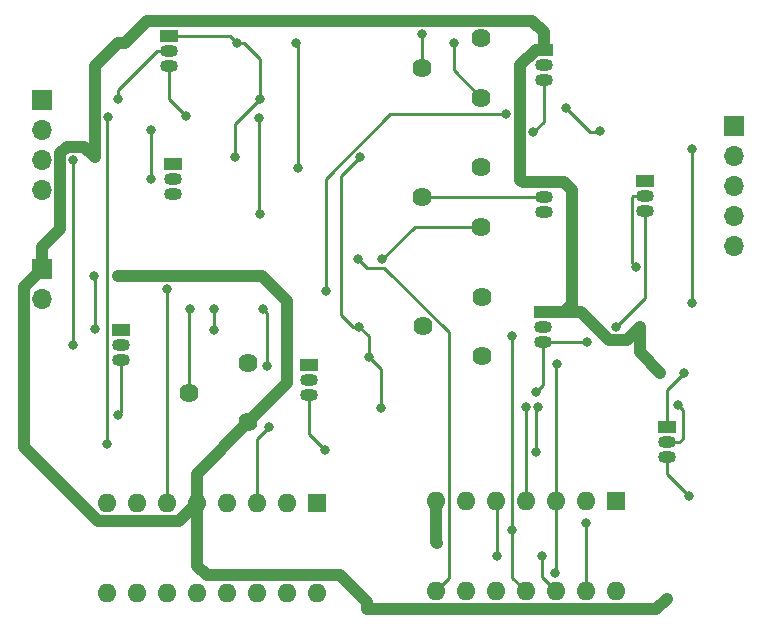
<source format=gbr>
G04 #@! TF.GenerationSoftware,KiCad,Pcbnew,(5.1.5-0-10_14)*
G04 #@! TF.CreationDate,2020-06-04T16:49:04+02:00*
G04 #@! TF.ProjectId,yuv-rgb-converter,7975762d-7267-4622-9d63-6f6e76657274,rev?*
G04 #@! TF.SameCoordinates,Original*
G04 #@! TF.FileFunction,Copper,L2,Bot*
G04 #@! TF.FilePolarity,Positive*
%FSLAX46Y46*%
G04 Gerber Fmt 4.6, Leading zero omitted, Abs format (unit mm)*
G04 Created by KiCad (PCBNEW (5.1.5-0-10_14)) date 2020-06-04 16:49:04*
%MOMM*%
%LPD*%
G04 APERTURE LIST*
%ADD10O,1.600000X1.600000*%
%ADD11R,1.600000X1.600000*%
%ADD12C,1.620000*%
%ADD13R,1.500000X1.050000*%
%ADD14O,1.500000X1.050000*%
%ADD15O,1.700000X1.700000*%
%ADD16R,1.700000X1.700000*%
%ADD17C,0.800000*%
%ADD18C,0.250000*%
%ADD19C,1.000000*%
G04 APERTURE END LIST*
D10*
X139623800Y-111506000D03*
X124383800Y-103886000D03*
X137083800Y-111506000D03*
X126923800Y-103886000D03*
X134543800Y-111506000D03*
X129463800Y-103886000D03*
X132003800Y-111506000D03*
X132003800Y-103886000D03*
X129463800Y-111506000D03*
X134543800Y-103886000D03*
X126923800Y-111506000D03*
X137083800Y-103886000D03*
X124383800Y-111506000D03*
D11*
X139623800Y-103886000D03*
D10*
X114325400Y-111683800D03*
X96545400Y-104063800D03*
X111785400Y-111683800D03*
X99085400Y-104063800D03*
X109245400Y-111683800D03*
X101625400Y-104063800D03*
X106705400Y-111683800D03*
X104165400Y-104063800D03*
X104165400Y-111683800D03*
X106705400Y-104063800D03*
X101625400Y-111683800D03*
X109245400Y-104063800D03*
X99085400Y-111683800D03*
X111785400Y-104063800D03*
X96545400Y-111683800D03*
D11*
X114325400Y-104063800D03*
D12*
X128320800Y-86563200D03*
X123320800Y-89063200D03*
X128320800Y-91563200D03*
X128244600Y-75615800D03*
X123244600Y-78115800D03*
X128244600Y-80615800D03*
X128244600Y-64693800D03*
X123244600Y-67193800D03*
X128244600Y-69693800D03*
X108508800Y-92202000D03*
X103508800Y-94702000D03*
X108508800Y-97202000D03*
D13*
X142113000Y-76784200D03*
D14*
X142113000Y-79324200D03*
X142113000Y-78054200D03*
D13*
X143992600Y-97612200D03*
D14*
X143992600Y-100152200D03*
X143992600Y-98882200D03*
D13*
X133477000Y-87884000D03*
D14*
X133477000Y-90424000D03*
X133477000Y-89154000D03*
D13*
X133527800Y-76885800D03*
D14*
X133527800Y-79425800D03*
X133527800Y-78155800D03*
D13*
X133527800Y-65684400D03*
D14*
X133527800Y-68224400D03*
X133527800Y-66954400D03*
D13*
X113665000Y-92379800D03*
D14*
X113665000Y-94919800D03*
X113665000Y-93649800D03*
D13*
X102108000Y-75311000D03*
D14*
X102108000Y-77851000D03*
X102108000Y-76581000D03*
D13*
X101828600Y-64516000D03*
D14*
X101828600Y-67056000D03*
X101828600Y-65786000D03*
D13*
X97739200Y-89382600D03*
D14*
X97739200Y-91922600D03*
X97739200Y-90652600D03*
D15*
X91084400Y-86766400D03*
D16*
X91084400Y-84226400D03*
D15*
X149606000Y-82296000D03*
X149606000Y-79756000D03*
X149606000Y-77216000D03*
X149606000Y-74676000D03*
D16*
X149606000Y-72136000D03*
X91033600Y-69875400D03*
D15*
X91033600Y-72415400D03*
X91033600Y-74955400D03*
X91033600Y-77495400D03*
D17*
X103597600Y-87579200D03*
X95504000Y-89306400D03*
X95469600Y-84810600D03*
X105587800Y-89357200D03*
X105647600Y-87579200D03*
X130810000Y-89916000D03*
X130878799Y-106342000D03*
X123190000Y-64283799D03*
X125907800Y-65100200D03*
X109423200Y-71424800D03*
X109533800Y-79552800D03*
X119871600Y-83388200D03*
X118719600Y-91643200D03*
X119726600Y-95961200D03*
X117923200Y-89103200D03*
X117957600Y-74752200D03*
X96520000Y-99070810D03*
X96645800Y-71374000D03*
X132858400Y-99669600D03*
X133029203Y-95935800D03*
X144907000Y-95758000D03*
X110312200Y-97561400D03*
X145424000Y-92989400D03*
X146109800Y-87122000D03*
X146050000Y-74015600D03*
X101600000Y-85910600D03*
X115062000Y-86106000D03*
X130302000Y-71120000D03*
X135382000Y-70612000D03*
X138268600Y-72567800D03*
X124460000Y-107442000D03*
X95545800Y-74752200D03*
X97519600Y-65049400D03*
X141664800Y-89154000D03*
X143374000Y-92989400D03*
X118541800Y-112387600D03*
X143941800Y-112133600D03*
X111819800Y-87630000D03*
X97519600Y-84810600D03*
X93700600Y-74955400D03*
X93700600Y-90627200D03*
X100253800Y-72415400D03*
X100253800Y-76555600D03*
X132909200Y-94589600D03*
X137160000Y-90424000D03*
X132655200Y-72644000D03*
X139614800Y-89154000D03*
X97519600Y-96570800D03*
X107585400Y-65049400D03*
X107416600Y-74701400D03*
X109533800Y-69799200D03*
X103285400Y-71247000D03*
X97519600Y-69824600D03*
X112699800Y-75692000D03*
X112563800Y-65100200D03*
X110109000Y-92430600D03*
X109769800Y-87630000D03*
X134518400Y-109931200D03*
X134670800Y-92278200D03*
X115020200Y-99542600D03*
X145796000Y-103394400D03*
X141388000Y-84074000D03*
X132029200Y-95935800D03*
X117821600Y-83388200D03*
X137083800Y-105714800D03*
X133350000Y-108542000D03*
X129540000Y-108542000D03*
D18*
X103508800Y-87668000D02*
X103597600Y-87579200D01*
X103508800Y-94702000D02*
X103508800Y-87668000D01*
X95504000Y-84845000D02*
X95469600Y-84810600D01*
X95504000Y-89306400D02*
X95504000Y-84845000D01*
X105587800Y-87639000D02*
X105647600Y-87579200D01*
X105587800Y-89357200D02*
X105587800Y-87639000D01*
X130878799Y-89984799D02*
X130810000Y-89916000D01*
X130878799Y-110380999D02*
X130878799Y-89984799D01*
X132003800Y-111506000D02*
X130878799Y-110380999D01*
X123190000Y-67139200D02*
X123244600Y-67193800D01*
X123190000Y-64283799D02*
X123190000Y-67139200D01*
X125907800Y-67357000D02*
X128244600Y-69693800D01*
X125907800Y-65100200D02*
X125907800Y-67357000D01*
X133487800Y-78115800D02*
X133527800Y-78155800D01*
X123244600Y-78115800D02*
X133487800Y-78115800D01*
X109423200Y-79442200D02*
X109533800Y-79552800D01*
X109423200Y-71424800D02*
X109423200Y-79442200D01*
X122644000Y-80615800D02*
X119871600Y-83388200D01*
X128244600Y-80615800D02*
X122644000Y-80615800D01*
X119726600Y-92650200D02*
X119726600Y-95961200D01*
X118719600Y-91643200D02*
X119726600Y-92650200D01*
X118719600Y-89899600D02*
X117923200Y-89103200D01*
X118719600Y-91643200D02*
X118719600Y-89899600D01*
X117923200Y-74786600D02*
X117957600Y-74752200D01*
X117348200Y-89103200D02*
X116332000Y-88087000D01*
X117923200Y-89103200D02*
X117348200Y-89103200D01*
X116332000Y-76377800D02*
X117957600Y-74752200D01*
X116332000Y-88087000D02*
X116332000Y-76377800D01*
X96520000Y-71499800D02*
X96645800Y-71374000D01*
X96520000Y-99070810D02*
X96520000Y-71499800D01*
X132858400Y-96106603D02*
X133029203Y-95935800D01*
X132858400Y-99669600D02*
X132858400Y-96106603D01*
X144992600Y-98882200D02*
X143992600Y-98882200D01*
X145306999Y-98567801D02*
X144992600Y-98882200D01*
X145306999Y-96157999D02*
X145306999Y-98567801D01*
X144907000Y-95758000D02*
X145306999Y-96157999D01*
X109245400Y-98628200D02*
X110312200Y-97561400D01*
X109245400Y-104063800D02*
X109245400Y-98628200D01*
X143992600Y-94420800D02*
X145424000Y-92989400D01*
X143992600Y-97612200D02*
X143992600Y-94420800D01*
X146050000Y-87062200D02*
X146109800Y-87122000D01*
X146050000Y-85217000D02*
X146050000Y-87062200D01*
X146050000Y-85217000D02*
X146050000Y-74015600D01*
X101625400Y-85936000D02*
X101600000Y-85910600D01*
X101625400Y-104063800D02*
X101625400Y-85936000D01*
X120516798Y-71120000D02*
X130302000Y-71120000D01*
X115062000Y-76574798D02*
X120516798Y-71120000D01*
X115062000Y-86106000D02*
X115062000Y-76574798D01*
X135382000Y-70612000D02*
X137414000Y-72644000D01*
X138192400Y-72644000D02*
X138268600Y-72567800D01*
X137414000Y-72644000D02*
X138192400Y-72644000D01*
D19*
X124383800Y-107365800D02*
X124460000Y-107442000D01*
X124383800Y-103886000D02*
X124383800Y-107365800D01*
X94648999Y-73855399D02*
X95545800Y-74752200D01*
X93172599Y-73855399D02*
X94648999Y-73855399D01*
X92600599Y-74427399D02*
X93172599Y-73855399D01*
X92600599Y-80860201D02*
X92600599Y-74427399D01*
X91084400Y-82376400D02*
X92600599Y-80860201D01*
X91084400Y-84226400D02*
X91084400Y-82376400D01*
X95545800Y-67023200D02*
X97519600Y-65049400D01*
X95545800Y-74752200D02*
X95545800Y-67023200D01*
X132552199Y-63183799D02*
X133527800Y-64159400D01*
X133527800Y-64159400D02*
X133527800Y-65684400D01*
X99960201Y-63183799D02*
X132552199Y-63183799D01*
X98094600Y-65049400D02*
X99960201Y-63183799D01*
X97519600Y-65049400D02*
X98094600Y-65049400D01*
X131555199Y-76663199D02*
X131777800Y-76885800D01*
X131555199Y-66969576D02*
X131555199Y-76663199D01*
X131777800Y-76885800D02*
X133527800Y-76885800D01*
X132840375Y-65684400D02*
X131555199Y-66969576D01*
X133527800Y-65684400D02*
X132840375Y-65684400D01*
X135227000Y-87884000D02*
X133477000Y-87884000D01*
X135923201Y-87187799D02*
X135227000Y-87884000D01*
X135923201Y-77531201D02*
X135923201Y-87187799D01*
X135277800Y-76885800D02*
X135923201Y-77531201D01*
X133527800Y-76885800D02*
X135277800Y-76885800D01*
X140564799Y-90254001D02*
X141664800Y-89154000D01*
X139086799Y-90254001D02*
X140564799Y-90254001D01*
X136716798Y-87884000D02*
X139086799Y-90254001D01*
X133477000Y-87884000D02*
X136716798Y-87884000D01*
X141664800Y-91280200D02*
X143374000Y-92989400D01*
X141664800Y-89154000D02*
X141664800Y-91280200D01*
X116296401Y-110142201D02*
X118541800Y-112387600D01*
X104983599Y-110142201D02*
X116296401Y-110142201D01*
X104165400Y-109324002D02*
X104983599Y-110142201D01*
X104165400Y-104063800D02*
X104165400Y-109324002D01*
X143069399Y-113006001D02*
X143941800Y-112133600D01*
X118585201Y-113006001D02*
X143069399Y-113006001D01*
X118541800Y-112962600D02*
X118585201Y-113006001D01*
X118541800Y-112387600D02*
X118541800Y-112962600D01*
X102665399Y-105563801D02*
X103365401Y-104863799D01*
X95825399Y-105563801D02*
X102665399Y-105563801D01*
X103365401Y-104863799D02*
X104165400Y-104063800D01*
X89534399Y-99272801D02*
X95825399Y-105563801D01*
X89534399Y-85776401D02*
X89534399Y-99272801D01*
X91084400Y-84226400D02*
X89534399Y-85776401D01*
X104165400Y-101545400D02*
X108508800Y-97202000D01*
X104165400Y-104063800D02*
X104165400Y-101545400D01*
X111819800Y-93891000D02*
X111819800Y-87630000D01*
X108508800Y-97202000D02*
X111819800Y-93891000D01*
X109700400Y-84810600D02*
X97519600Y-84810600D01*
X111819800Y-86930000D02*
X109700400Y-84810600D01*
X111819800Y-87630000D02*
X111819800Y-86930000D01*
D18*
X93700600Y-74955400D02*
X93700600Y-90627200D01*
X100253800Y-72415400D02*
X100253800Y-72981085D01*
X100253800Y-72981085D02*
X100253800Y-76555600D01*
X133477000Y-94021800D02*
X132909200Y-94589600D01*
X133477000Y-90424000D02*
X133477000Y-94021800D01*
X133477000Y-90424000D02*
X137160000Y-90424000D01*
X133527800Y-71771400D02*
X132655200Y-72644000D01*
X133527800Y-68224400D02*
X133527800Y-71771400D01*
X142113000Y-86655800D02*
X139614800Y-89154000D01*
X142113000Y-79324200D02*
X142113000Y-86655800D01*
X97739200Y-96351200D02*
X97519600Y-96570800D01*
X97739200Y-91922600D02*
X97739200Y-96351200D01*
X101828600Y-64516000D02*
X107010200Y-64516000D01*
X107543600Y-65049400D02*
X107585400Y-65049400D01*
X107010200Y-64516000D02*
X107543600Y-65049400D01*
X107416600Y-71916400D02*
X109533800Y-69799200D01*
X107416600Y-74701400D02*
X107416600Y-71916400D01*
X108160400Y-65049400D02*
X107585400Y-65049400D01*
X109533800Y-66422800D02*
X108160400Y-65049400D01*
X109533800Y-69799200D02*
X109533800Y-66422800D01*
X101828600Y-69790200D02*
X103285400Y-71247000D01*
X101828600Y-67056000D02*
X101828600Y-69790200D01*
X97519600Y-69095000D02*
X97519600Y-69824600D01*
X100828600Y-65786000D02*
X97519600Y-69095000D01*
X101828600Y-65786000D02*
X100828600Y-65786000D01*
X112699800Y-65236200D02*
X112563800Y-65100200D01*
X112699800Y-75692000D02*
X112699800Y-65236200D01*
X110109000Y-87969200D02*
X109769800Y-87630000D01*
X110109000Y-92430600D02*
X110109000Y-87969200D01*
X134543800Y-109905800D02*
X134518400Y-109931200D01*
X134543800Y-103886000D02*
X134543800Y-109905800D01*
X134543800Y-92405200D02*
X134670800Y-92278200D01*
X134543800Y-103886000D02*
X134543800Y-92405200D01*
X113665000Y-98187400D02*
X115020200Y-99542600D01*
X113665000Y-94919800D02*
X113665000Y-98187400D01*
X143992600Y-101591000D02*
X145796000Y-103394400D01*
X143992600Y-100152200D02*
X143992600Y-101591000D01*
X141037990Y-83723990D02*
X141388000Y-84074000D01*
X141113000Y-78054200D02*
X141037990Y-78129210D01*
X141037990Y-78129210D02*
X141037990Y-83723990D01*
X142113000Y-78054200D02*
X141113000Y-78054200D01*
X132029200Y-103860600D02*
X132003800Y-103886000D01*
X132029200Y-95935800D02*
X132029200Y-103860600D01*
X118546601Y-84113201D02*
X117821600Y-83388200D01*
X125508801Y-89571399D02*
X120050603Y-84113201D01*
X120050603Y-84113201D02*
X118546601Y-84113201D01*
X125508801Y-110380999D02*
X125508801Y-89571399D01*
X124383800Y-111506000D02*
X125508801Y-110380999D01*
X137083800Y-111506000D02*
X137083800Y-105714800D01*
X133350000Y-110312200D02*
X133350000Y-108542000D01*
X134543800Y-111506000D02*
X133350000Y-110312200D01*
X129540000Y-103962200D02*
X129463800Y-103886000D01*
X129540000Y-108542000D02*
X129540000Y-103962200D01*
M02*

</source>
